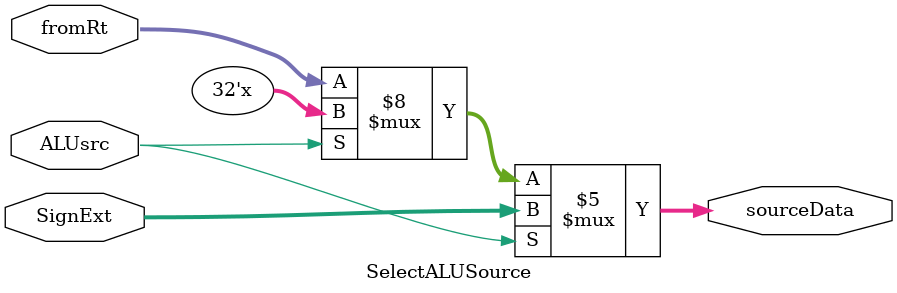
<source format=v>
module SelectALUSource(sourceData,fromRt,SignExt,ALUsrc);
                       //this module selects the data to send ALU
output [31:0] sourceData;
input [31:0] fromRt,SignExt;
input ALUsrc;

reg [31:0] sourceData;

always @(*)begin

	if(ALUsrc == 1'b0)begin
		sourceData =fromRt;
	end
	if(ALUsrc == 1'b1)begin
		sourceData =SignExt;
	end
end

endmodule

</source>
